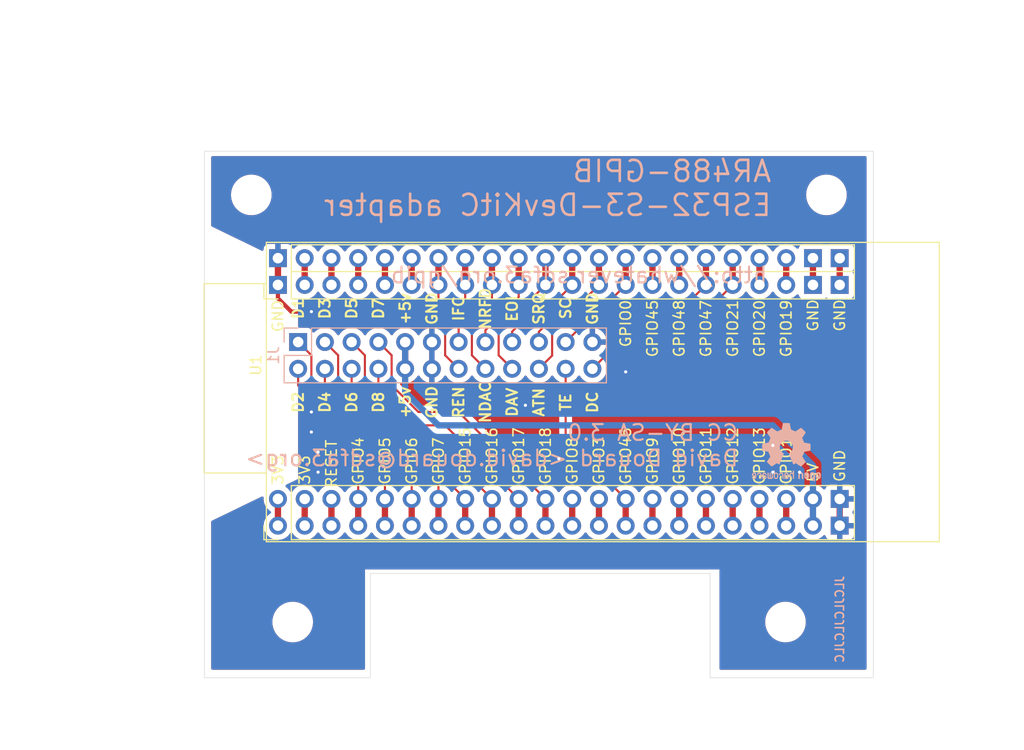
<source format=kicad_pcb>
(kicad_pcb (version 20221018) (generator pcbnew)
  (title_block (title "Untitled 2-layer JLCPCB") (rev "v1.0.0") (comment 1 "Drawn by:") (comment 2 "Check by:"))
  (layers (0 "F.Cu" signal) (31 "B.Cu" signal) (34 "B.Paste" user) (35 "F.Paste" user) (36 "B.SilkS" user "B.Silkscreen") (37 "F.SilkS" user "F.Silkscreen") (38 "B.Mask" user) (39 "F.Mask" user) (44 "Edge.Cuts" user))
  (net 0 "")
  (net 1 "D1")
  (net 2 "D2")
  (net 3 "D3")
  (net 4 "D4")
  (net 5 "D5")
  (net 6 "D6")
  (net 7 "D7")
  (net 8 "D8")
  (net 9 "+5V")
  (net 10 "GND")
  (net 11 "IFC_a")
  (net 12 "REN_a")
  (net 13 "NRFD_a")
  (net 14 "NDAC_a")
  (net 15 "EOI_a")
  (net 16 "DAV_a")
  (net 17 "SRQ_a")
  (net 18 "ATN_a")
  (net 19 "SC")
  (net 20 "TE")
  (net 21 "DC")
  (net 22 "unconnected-(U1-Pad43)")
  (net 23 "unconnected-(U1-Pad42)")
  (net 24 "unconnected-(U1-Pad41)")
  (net 25 "unconnected-(U1-Pad40)")
  (net 26 "unconnected-(U1-Pad39)")
  (net 27 "unconnected-(U1-Pad30)")
  (net 28 "unconnected-(U1-Pad3)")
  (net 29 "unconnected-(U1-Pad29)")
  (net 30 "unconnected-(U1-Pad26)")
  (net 31 "unconnected-(U1-Pad25)")
  (net 32 "unconnected-(U1-Pad24)")
  (net 33 "unconnected-(U1-Pad23)")
  (net 34 "unconnected-(U1-Pad20)")
  (net 35 "unconnected-(U1-Pad2)")
  (net 36 "unconnected-(U1-Pad19)")
  (net 37 "unconnected-(U1-Pad18)")
  (net 38 "unconnected-(U1-Pad17)")
  (net 39 "unconnected-(U1-Pad16)")
  (net 40 "unconnected-(U1-Pad15)")
  (net 41 "unconnected-(U1-Pad13)")
  (net 42 "unconnected-(U1-Pad12)")
  (net 43 "unconnected-(U1-Pad1)")
  (footprint "MountingHole:MountingHole_3.2mm_M3_ISO7380" (layer "F.Cu") (at 119.312269 109.477785)
    (fp_text reference "REF**" hide)
    (fp_text value "MountingHole_3.2mm_M3_ISO7380")
    (pad "" np_thru_hole circle (at 0 0) (size 3.2 3.2) (drill 3.2) (layers "*.Cu" "*.Mask"))
  )
  (footprint "MountingHole:MountingHole_3.2mm_M3_ISO7380" (layer "F.Cu") (at 68.592933 68.92483)
    (fp_text reference "REF**" hide)
    (fp_text value "MountingHole_3.2mm_M3_ISO7380")
    (pad "" np_thru_hole circle (at 0 0) (size 3.2 3.2) (drill 3.2) (layers "*.Cu" "*.Mask"))
  )
  (footprint "Module_custom:ESP32-S3-DevKitC-universal" (layer "F.Cu") (at 71.12 97.79 90)
    (fp_text reference "U1" (at 12.7 -2.1 90) (layer "F.SilkS"))
    (fp_text value "ESP32-S3-DevKit-Generic" hide)
    (fp_text user "GPIO20" (at 18.99 45.72 90 unlocked) (layer "F.SilkS") (effects (justify right)))
    (fp_text user "GPIO48" (at 18.99 38.1 90 unlocked) (layer "F.SilkS") (effects (justify right)))
    (fp_text user "GPIO5" (at 1.27 10.16 90 unlocked) (layer "F.SilkS") (effects (justify left)))
    (fp_text user "GPIO46" (at 1.27 33.02 90 unlocked) (layer "F.SilkS") (effects (justify left)))
    (fp_text user "GPIO16" (at 1.27 20.32 90 unlocked) (layer "F.SilkS") (effects (justify left)))
    (fp_text user "3V3" (at 1.27 2.54 90 unlocked) (layer "F.SilkS") (effects (justify left)))
    (fp_text user "RESET" (at 5.715 5.08 90 unlocked) (layer "F.SilkS") (effects (justify right)))
    (fp_text user "GPIO18" (at 1.27 25.4 90 unlocked) (layer "F.SilkS") (effects (justify left)))
    (fp_text user "GPIO7" (at 1.27 15.24 90 unlocked) (layer "F.SilkS") (effects (justify left)))
    (fp_text user "GPIO4" (at 1.27 7.62 90 unlocked) (layer "F.SilkS") (effects (justify left)))
    (fp_text user "GND" (at 1.52032 53.33728 90 unlocked) (layer "F.SilkS") (effects (justify left)))
    (fp_text user "GPIO10" (at 1.27 38.1 90 unlocked) (layer "F.SilkS") (effects (justify left)))
    (fp_text user "GPIO47" (at 18.99 40.64 90 unlocked) (layer "F.SilkS") (effects (justify right)))
    (fp_text user "GND" (at 19.05 53.34 90 unlocked) (layer "F.SilkS") (effects (justify right)))
    (fp_text user "GPIO21" (at 18.99 43.18 90 unlocked) (layer "F.SilkS") (effects (justify right)))
    (fp_text user "GPIO13" (at 1.27 45.72 90 unlocked) (layer "F.SilkS") (effects (justify left)))
    (fp_text user "GND" (at 18.99 0 90 unlocked) (layer "F.SilkS") (effects (justify right)))
    (fp_text user "GPIO12" (at 1.27 43.18 90 unlocked) (layer "F.SilkS") (effects (justify left)))
    (fp_text user "3V3" (at 1.27 0 90 unlocked) (layer "F.SilkS") (effects (justify left)))
    (fp_text user "GPIO0" (at 18.99 33.02 90 unlocked) (layer "F.SilkS") (effects (justify right)))
    (fp_text user "GPIO6" (at 1.27 12.7 90 unlocked) (layer "F.SilkS") (effects (justify left)))
    (fp_text user "GPIO45" (at 18.99 35.56 90 unlocked) (layer "F.SilkS") (effects (justify right)))
    (fp_text user "GPIO11" (at 1.27 40.64 90 unlocked) (layer "F.SilkS") (effects (justify left)))
    (fp_text user "GND" (at 19.05 50.8 90 unlocked) (layer "F.SilkS") (effects (justify right)))
    (fp_text user "GPIO19" (at 18.99 48.26 90 unlocked) (layer "F.SilkS") (effects (justify right)))
    (fp_text user "GPIO15" (at 1.27 17.78 90 unlocked) (layer "F.SilkS") (effects (justify left)))
    (fp_text user "5V" (at 1.52032 50.79728 90 unlocked) (layer "F.SilkS") (effects (justify left)))
    (fp_text user "GPIO9" (at 1.27 35.56 90 unlocked) (layer "F.SilkS") (effects (justify left)))
    (fp_text user "GPIO8" (at 1.27 27.94 90 unlocked) (layer "F.SilkS") (effects (justify left)))
    (fp_text user "GPIO14" (at 1.27 48.26 90 unlocked) (layer "F.SilkS") (effects (justify left)))
    (fp_text user "GPIO3" (at 1.27 30.48 90 unlocked) (layer "F.SilkS") (effects (justify left)))
    (fp_text user "GPIO17" (at 1.27 22.86 90 unlocked) (layer "F.SilkS") (effects (justify left)))
    (pad "1" thru_hole circle (at -2.54 0 90) (size 1.7 1.7) (drill 1) (layers "*.Cu" "*.Mask") (net 43 "unconnected-(U1-Pad1)"))
    (pad "1" thru_hole circle (at 0 0 90) (size 1.7 1.7) (drill 1) (layers "*.Cu" "*.Mask") (net 43 "unconnected-(U1-Pad1)"))
    (pad "2" thru_hole oval (at -2.54 2.54 90) (size 1.7 1.7) (drill 1) (layers "*.Cu" "*.Mask") (net 35 "unconnected-(U1-Pad2)"))
    (pad "2" thru_hole oval (at 0 2.54 90) (size 1.7 1.7) (drill 1) (layers "*.Cu" "*.Mask") (net 35 "unconnected-(U1-Pad2)"))
    (pad "3" thru_hole oval (at -2.54 5.08 90) (size 1.7 1.7) (drill 1) (layers "*.Cu" "*.Mask") (net 28 "unconnected-(U1-Pad3)"))
    (pad "3" thru_hole oval (at 0 5.08 90) (size 1.7 1.7) (drill 1) (layers "*.Cu" "*.Mask") (net 28 "unconnected-(U1-Pad3)"))
    (pad "4" thru_hole oval (at -2.54 7.62 90) (size 1.7 1.7) (drill 1) (layers "*.Cu" "*.Mask") (net 2 "D2"))
    (pad "4" thru_hole oval (at 0 7.62 90) (size 1.7 1.7) (drill 1) (layers "*.Cu" "*.Mask") (net 2 "D2"))
    (pad "5" thru_hole oval (at -2.54 10.16 90) (size 1.7 1.7) (drill 1) (layers "*.Cu" "*.Mask") (net 1 "D1"))
    (pad "5" thru_hole oval (at 0 10.16 90) (size 1.7 1.7) (drill 1) (layers "*.Cu" "*.Mask") (net 1 "D1"))
    (pad "6" thru_hole oval (at -2.54 12.7 90) (size 1.7 1.7) (drill 1) (layers "*.Cu" "*.Mask") (net 4 "D4"))
    (pad "6" thru_hole oval (at 0 12.7 90) (size 1.7 1.7) (drill 1) (layers "*.Cu" "*.Mask") (net 4 "D4"))
    (pad "7" thru_hole oval (at -2.54 15.24 90) (size 1.7 1.7) (drill 1) (layers "*.Cu" "*.Mask") (net 3 "D3"))
    (pad "7" thru_hole oval (at 0 15.24 90) (size 1.7 1.7) (drill 1) (layers "*.Cu" "*.Mask") (net 3 "D3"))
    (pad "8" thru_hole oval (at -2.54 17.78 90) (size 1.7 1.7) (drill 1) (layers "*.Cu" "*.Mask") (net 6 "D6"))
    (pad "8" thru_hole oval (at 0 17.78 90) (size 1.7 1.7) (drill 1) (layers "*.Cu" "*.Mask") (net 6 "D6"))
    (pad "9" thru_hole oval (at -2.54 20.32 90) (size 1.7 1.7) (drill 1) (layers "*.Cu" "*.Mask") (net 5 "D5"))
    (pad "9" thru_hole oval (at 0 20.32 90) (size 1.7 1.7) (drill 1) (layers "*.Cu" "*.Mask") (net 5 "D5"))
    (pad "10" thru_hole oval (at -2.54 22.86 90) (size 1.7 1.7) (drill 1) (layers "*.Cu" "*.Mask") (net 8 "D8"))
    (pad "10" thru_hole oval (at 0 22.86 90) (size 1.7 1.7) (drill 1) (layers "*.Cu" "*.Mask") (net 8 "D8"))
    (pad "11" thru_hole oval (at -2.54 25.4 90) (size 1.7 1.7) (drill 1) (layers "*.Cu" "*.Mask") (net 7 "D7"))
    (pad "11" thru_hole oval (at 0 25.4 90) (size 1.7 1.7) (drill 1) (layers "*.Cu" "*.Mask") (net 7 "D7"))
    (pad "12" thru_hole oval (at -2.54 27.94 90) (size 1.7 1.7) (drill 1) (layers "*.Cu" "*.Mask") (net 42 "unconnected-(U1-Pad12)"))
    (pad "12" thru_hole oval (at 0 27.94 90) (size 1.7 1.7) (drill 1) (layers "*.Cu" "*.Mask") (net 42 "unconnected-(U1-Pad12)"))
    (pad "13" thru_hole oval (at -2.54 30.48 90) (size 1.7 1.7) (drill 1) (layers "*.Cu" "*.Mask") (net 41 "unconnected-(U1-Pad13)"))
    (pad "13" thru_hole oval (at 0 30.48 90) (size 1.7 1.7) (drill 1) (layers "*.Cu" "*.Mask") (net 41 "unconnected-(U1-Pad13)"))
    (pad "14" thru_hole circle (at -2.54 33.02 90) (size 1.7 1.7) (drill 1) (layers "*.Cu" "*.Mask") (net 20 "TE"))
    (pad "14" thru_hole circle (at 0 33.02 90) (size 1.7 1.7) (drill 1) (layers "*.Cu" "*.Mask") (net 20 "TE"))
    (pad "15" thru_hole oval (at -2.54 35.56 90) (size 1.7 1.7) (drill 1) (layers "*.Cu" "*.Mask") (net 40 "unconnected-(U1-Pad15)"))
    (pad "15" thru_hole oval (at 0 35.56 90) (size 1.7 1.7) (drill 1) (layers "*.Cu" "*.Mask") (net 40 "unconnected-(U1-Pad15)"))
    (pad "16" thru_hole oval (at -2.54 38.1 90) (size 1.7 1.7) (drill 1) (layers "*.Cu" "*.Mask") (net 39 "unconnected-(U1-Pad16)"))
    (pad "16" thru_hole oval (at 0 38.1 90) (size 1.7 1.7) (drill 1) (layers "*.Cu" "*.Mask") (net 39 "unconnected-(U1-Pad16)"))
    (pad "17" thru_hole oval (at -2.54 40.64 90) (size 1.7 1.7) (drill 1) (layers "*.Cu" "*.Mask") (net 38 "unconnected-(U1-Pad17)"))
    (pad "17" thru_hole oval (at 0 40.64 90) (size 1.7 1.7) (drill 1) (layers "*.Cu" "*.Mask") (net 38 "unconnected-(U1-Pad17)"))
    (pad "18" thru_hole oval (at -2.54 43.18 90) (size 1.7 1.7) (drill 1) (layers "*.Cu" "*.Mask") (net 37 "unconnected-(U1-Pad18)"))
    (pad "18" thru_hole oval (at 0 43.18 90) (size 1.7 1.7) (drill 1) (layers "*.Cu" "*.Mask") (net 37 "unconnected-(U1-Pad18)"))
    (pad "19" thru_hole oval (at -2.54 45.72 90) (size 1.7 1.7) (drill 1) (layers "*.Cu" "*.Mask") (net 36 "unconnected-(U1-Pad19)"))
    (pad "19" thru_hole oval (at 0 45.72 90) (size 1.7 1.7) (drill 1) (layers "*.Cu" "*.Mask") (net 36 "unconnected-(U1-Pad19)"))
    (pad "20" thru_hole oval (at -2.54 48.26 90) (size 1.7 1.7) (drill 1) (layers "*.Cu" "*.Mask") (net 34 "unconnected-(U1-Pad20)"))
    (pad "20" thru_hole oval (at 0 48.26 90) (size 1.7 1.7) (drill 1) (layers "*.Cu" "*.Mask") (net 34 "unconnected-(U1-Pad20)"))
    (pad "21" thru_hole oval (at -2.54 50.8 90) (size 1.7 1.7) (drill 1) (layers "*.Cu" "*.Mask") (net 9 "+5V"))
    (pad "21" thru_hole oval (at 0 50.8 90) (size 1.7 1.7) (drill 1) (layers "*.Cu" "*.Mask") (net 9 "+5V"))
    (pad "22" thru_hole rect (at -2.54 53.34 90) (size 1.7 1.7) (drill 1) (layers "*.Cu" "*.Mask") (net 10 "GND"))
    (pad "22" thru_hole rect (at 0 53.34 90) (size 1.7 1.7) (drill 1) (layers "*.Cu" "*.Mask") (net 10 "GND"))
    (pad "23" thru_hole rect (at 20.32 53.34 90) (size 1.7 1.7) (drill 1) (layers "*.Cu" "*.Mask") (net 33 "unconnected-(U1-Pad23)"))
    (pad "23" thru_hole rect (at 22.86 53.34 90) (size 1.7 1.7) (drill 1) (layers "*.Cu" "*.Mask") (net 33 "unconnected-(U1-Pad23)"))
    (pad "24" thru_hole rect (at 20.32 50.8 90) (size 1.7 1.7) (drill 1) (layers "*.Cu" "*.Mask") (net 32 "unconnected-(U1-Pad24)"))
    (pad "24" thru_hole rect (at 22.86 50.8 90) (size 1.7 1.7) (drill 1) (layers "*.Cu" "*.Mask") (net 32 "unconnected-(U1-Pad24)"))
    (pad "25" thru_hole oval (at 20.32 48.26 90) (size 1.7 1.7) (drill 1) (layers "*.Cu" "*.Mask") (net 31 "unconnected-(U1-Pad25)"))
    (pad "25" thru_hole oval (at 22.86 48.26 90) (size 1.7 1.7) (drill 1) (layers "*.Cu" "*.Mask") (net 31 "unconnected-(U1-Pad25)"))
    (pad "26" thru_hole oval (at 20.32 45.72 90) (size 1.7 1.7) (drill 1) (layers "*.Cu" "*.Mask") (net 30 "unconnected-(U1-Pad26)"))
    (pad "26" thru_hole oval (at 22.86 45.72 90) (size 1.7 1.7) (drill 1) (layers "*.Cu" "*.Mask") (net 30 "unconnected-(U1-Pad26)"))
    (pad "27" thru_hole oval (at 20.32 43.18 90) (size 1.7 1.7) (drill 1) (layers "*.Cu" "*.Mask") (net 21 "DC"))
    (pad "27" thru_hole oval (at 22.86 43.18 90) (size 1.7 1.7) (drill 1) (layers "*.Cu" "*.Mask") (net 21 "DC"))
    (pad "28" thru_hole oval (at 20.32 40.64 90) (size 1.7 1.7) (drill 1) (layers "*.Cu" "*.Mask") (net 19 "SC"))
    (pad "28" thru_hole oval (at 22.86 40.64 90) (size 1.7 1.7) (drill 1) (layers "*.Cu" "*.Mask") (net 19 "SC"))
    (pad "29" thru_hole oval (at 20.32 38.1 90) (size 1.7 1.7) (drill 1) (layers "*.Cu" "*.Mask") (net 29 "unconnected-(U1-Pad29)"))
    (pad "29" thru_hole oval (at 22.86 38.1 90) (size 1.7 1.7) (drill 1) (layers "*.Cu" "*.Mask") (net 29 "unconnected-(U1-Pad29)"))
    (pad "30" thru_hole oval (at 20.32 35.56 90) (size 1.7 1.7) (drill 1) (layers "*.Cu" "*.Mask") (net 27 "unconnected-(U1-Pad30)"))
    (pad "30" thru_hole oval (at 22.86 35.56 90) (size 1.7 1.7) (drill 1) (layers "*.Cu" "*.Mask") (net 27 "unconnected-(U1-Pad30)"))
    (pad "31" thru_hole oval (at 20.32 33.02 90) (size 1.7 1.7) (drill 1) (layers "*.Cu" "*.Mask") (net 18 "ATN_a"))
    (pad "31" thru_hole oval (at 22.86 33.02 90) (size 1.7 1.7) (drill 1) (layers "*.Cu" "*.Mask") (net 18 "ATN_a"))
    (pad "32" thru_hole oval (at 20.32 30.48 90) (size 1.7 1.7) (drill 1) (layers "*.Cu" "*.Mask") (net 17 "SRQ_a"))
    (pad "32" thru_hole oval (at 22.86 30.48 90) (size 1.7 1.7) (drill 1) (layers "*.Cu" "*.Mask") (net 17 "SRQ_a"))
    (pad "33" thru_hole oval (at 20.32 27.94 90) (size 1.7 1.7) (drill 1) (layers "*.Cu" "*.Mask") (net 15 "EOI_a"))
    (pad "33" thru_hole oval (at 22.86 27.94 90) (size 1.7 1.7) (drill 1) (layers "*.Cu" "*.Mask") (net 15 "EOI_a"))
    (pad "34" thru_hole oval (at 20.32 25.4 90) (size 1.7 1.7) (drill 1) (layers "*.Cu" "*.Mask") (net 16 "DAV_a"))
    (pad "34" thru_hole oval (at 22.86 25.4 90) (size 1.7 1.7) (drill 1) (layers "*.Cu" "*.Mask") (net 16 "DAV_a"))
    (pad "35" thru_hole oval (at 20.32 22.86 90) (size 1.7 1.7) (drill 1) (layers "*.Cu" "*.Mask") (net 13 "NRFD_a"))
    (pad "35" thru_hole oval (at 22.86 22.86 90) (size 1.7 1.7) (drill 1) (layers "*.Cu" "*.Mask") (net 13 "NRFD_a"))
    (pad "36" thru_hole oval (at 20.32 20.32 90) (size 1.7 1.7) (drill 1) (layers "*.Cu" "*.Mask") (net 14 "NDAC_a"))
    (pad "36" thru_hole oval (at 22.86 20.32 90) (size 1.7 1.7) (drill 1) (layers "*.Cu" "*.Mask") (net 14 "NDAC_a"))
    (pad "37" thru_hole oval (at 20.32 17.78 90) (size 1.7 1.7) (drill 1) (layers "*.Cu" "*.Mask") (net 11 "IFC_a"))
    (pad "37" thru_hole oval (at 22.86 17.78 90) (size 1.7 1.7) (drill 1) (layers "*.Cu" "*.Mask") (net 11 "IFC_a"))
    (pad "38" thru_hole oval (at 20.32 15.24 90) (size 1.7 1.7) (drill 1) (layers "*.Cu" "*.Mask") (net 12 "REN_a"))
    (pad "38" thru_hole oval (at 22.86 15.24 90) (size 1.7 1.7) (drill 1) (layers "*.Cu" "*.Mask") (net 12 "REN_a"))
    (pad "39" thru_hole oval (at 20.32 12.7 90) (size 1.7 1.7) (drill 1) (layers "*.Cu" "*.Mask") (net 26 "unconnected-(U1-Pad39)"))
    (pad "39" thru_hole oval (at 22.86 12.7 90) (size 1.7 1.7) (drill 1) (layers "*.Cu" "*.Mask") (net 26 "unconnected-(U1-Pad39)"))
    (pad "40" thru_hole oval (at 20.32 10.16 90) (size 1.7 1.7) (drill 1) (layers "*.Cu" "*.Mask") (net 25 "unconnected-(U1-Pad40)"))
    (pad "40" thru_hole oval (at 22.86 10.16 90) (size 1.7 1.7) (drill 1) (layers "*.Cu" "*.Mask") (net 25 "unconnected-(U1-Pad40)"))
    (pad "41" thru_hole oval (at 20.32 7.62 90) (size 1.7 1.7) (drill 1) (layers "*.Cu" "*.Mask") (net 24 "unconnected-(U1-Pad41)"))
    (pad "41" thru_hole oval (at 22.86 7.62 90) (size 1.7 1.7) (drill 1) (layers "*.Cu" "*.Mask") (net 24 "unconnected-(U1-Pad41)"))
    (pad "42" thru_hole oval (at 20.32 5.08 90) (size 1.7 1.7) (drill 1) (layers "*.Cu" "*.Mask") (net 23 "unconnected-(U1-Pad42)"))
    (pad "42" thru_hole oval (at 22.86 5.08 90) (size 1.7 1.7) (drill 1) (layers "*.Cu" "*.Mask") (net 23 "unconnected-(U1-Pad42)"))
    (pad "43" thru_hole oval (at 20.32 2.54 90) (size 1.7 1.7) (drill 1) (layers "*.Cu" "*.Mask") (net 22 "unconnected-(U1-Pad43)"))
    (pad "43" thru_hole oval (at 22.86 2.54 90) (size 1.7 1.7) (drill 1) (layers "*.Cu" "*.Mask") (net 22 "unconnected-(U1-Pad43)"))
    (pad "44" thru_hole rect (at 20.32 0 90) (size 1.7 1.7) (drill 1) (layers "*.Cu" "*.Mask") (net 10 "GND"))
    (pad "44" thru_hole rect (at 22.86 0 90) (size 1.7 1.7) (drill 1) (layers "*.Cu" "*.Mask") (net 10 "GND"))
  )
  (footprint "MountingHole:MountingHole_3.2mm_M3_ISO7380" (layer "F.Cu") (at 123.202933 68.92483)
    (fp_text reference "REF**" hide)
    (fp_text value "MountingHole_3.2mm_M3_ISO7380")
    (pad "" np_thru_hole circle (at 0 0) (size 3.2 3.2) (drill 3.2) (layers "*.Cu" "*.Mask"))
  )
  (footprint "MountingHole:MountingHole_3.2mm_M3_ISO7380" (layer "F.Cu") (at 72.5207 109.479944)
    (fp_text reference "REF**" hide)
    (fp_text value "MountingHole_3.2mm_M3_ISO7380")
    (pad "" np_thru_hole circle (at 0 0) (size 3.2 3.2) (drill 3.2) (layers "*.Cu" "*.Mask"))
  )
  (footprint "JLCPCB_tools:Order_Label" (layer "B.Cu") (at 124.46 109.22 90)
    (fp_text reference "REF**")
    (fp_text value "Order_Label")
    (fp_text user "JLCJLCJLCJLC" (at 0 0 90) (layer "B.SilkS") (effects (font (size 0.8 0.8)) (justify mirror)))
  )
  (footprint "Symbol:OSHW-Logo2_7.3x6mm_SilkScreen" (layer "B.Cu") (at 119.392933 93.345 180)
    (fp_text reference "REF**" hide)
    (fp_text value "OSHW-Logo2_7.3x6mm_SilkScreen" hide)
  )
  (footprint "Connector_PinHeader_2.54mm:PinHeader_2x12_P2.54mm_Vertical" (layer "B.Cu") (at 73.037933 82.89483 -90)
    (fp_text reference "J1" (at 1.27 2.33 90) (layer "B.SilkS") (effects (justify mirror)))
    (fp_text value "Conn_02x12_Odd_Even")
    (pad "1" thru_hole rect (at 0 0 270) (size 1.7 1.7) (drill 1) (layers "*.Cu" "*.Mask") (net 1 "D1"))
    (pad "2" thru_hole oval (at 2.54 0 270) (size 1.7 1.7) (drill 1) (layers "*.Cu" "*.Mask") (net 2 "D2"))
    (pad "3" thru_hole oval (at 0 -2.54 270) (size 1.7 1.7) (drill 1) (layers "*.Cu" "*.Mask") (net 3 "D3"))
    (pad "4" thru_hole oval (at 2.54 -2.54 270) (size 1.7 1.7) (drill 1) (layers "*.Cu" "*.Mask") (net 4 "D4"))
    (pad "5" thru_hole oval (at 0 -5.08 270) (size 1.7 1.7) (drill 1) (layers "*.Cu" "*.Mask") (net 5 "D5"))
    (pad "6" thru_hole oval (at 2.54 -5.08 270) (size 1.7 1.7) (drill 1) (layers "*.Cu" "*.Mask") (net 6 "D6"))
    (pad "7" thru_hole oval (at 0 -7.62 270) (size 1.7 1.7) (drill 1) (layers "*.Cu" "*.Mask") (net 7 "D7"))
    (pad "8" thru_hole oval (at 2.54 -7.62 270) (size 1.7 1.7) (drill 1) (layers "*.Cu" "*.Mask") (net 8 "D8"))
    (pad "9" thru_hole oval (at 0 -10.16 270) (size 1.7 1.7) (drill 1) (layers "*.Cu" "*.Mask") (net 9 "+5V"))
    (pad "10" thru_hole oval (at 2.54 -10.16 270) (size 1.7 1.7) (drill 1) (layers "*.Cu" "*.Mask") (net 9 "+5V"))
    (pad "11" thru_hole oval (at 0 -12.7 270) (size 1.7 1.7) (drill 1) (layers "*.Cu" "*.Mask") (net 10 "GND"))
    (pad "12" thru_hole oval (at 2.54 -12.7 270) (size 1.7 1.7) (drill 1) (layers "*.Cu" "*.Mask") (net 10 "GND"))
    (pad "13" thru_hole oval (at 0 -15.24 270) (size 1.7 1.7) (drill 1) (layers "*.Cu" "*.Mask") (net 11 "IFC_a"))
    (pad "14" thru_hole oval (at 2.54 -15.24 270) (size 1.7 1.7) (drill 1) (layers "*.Cu" "*.Mask") (net 12 "REN_a"))
    (pad "15" thru_hole oval (at 0 -17.78 270) (size 1.7 1.7) (drill 1) (layers "*.Cu" "*.Mask") (net 13 "NRFD_a"))
    (pad "16" thru_hole oval (at 2.54 -17.78 270) (size 1.7 1.7) (drill 1) (layers "*.Cu" "*.Mask") (net 14 "NDAC_a"))
    (pad "17" thru_hole oval (at 0 -20.32 270) (size 1.7 1.7) (drill 1) (layers "*.Cu" "*.Mask") (net 15 "EOI_a"))
    (pad "18" thru_hole oval (at 2.54 -20.32 270) (size 1.7 1.7) (drill 1) (layers "*.Cu" "*.Mask") (net 16 "DAV_a"))
    (pad "19" thru_hole oval (at 0 -22.86 270) (size 1.7 1.7) (drill 1) (layers "*.Cu" "*.Mask") (net 17 "SRQ_a"))
    (pad "20" thru_hole oval (at 2.54 -22.86 270) (size 1.7 1.7) (drill 1) (layers "*.Cu" "*.Mask") (net 18 "ATN_a"))
    (pad "21" thru_hole oval (at 0 -25.4 270) (size 1.7 1.7) (drill 1) (layers "*.Cu" "*.Mask") (net 19 "SC"))
    (pad "22" thru_hole oval (at 2.54 -25.4 270) (size 1.7 1.7) (drill 1) (layers "*.Cu" "*.Mask") (net 20 "TE"))
    (pad "23" thru_hole oval (at 0 -27.94 270) (size 1.7 1.7) (drill 1) (layers "*.Cu" "*.Mask") (net 10 "GND"))
    (pad "24" thru_hole oval (at 2.54 -27.94 270) (size 1.7 1.7) (drill 1) (layers "*.Cu" "*.Mask") (net 21 "DC"))
  )
  (gr_line (start 64.147933 114.77183) (end 64.147933 64.77183) (stroke (width 0.05)) (layer "Edge.Cuts"))
  (gr_line (start 127.647933 64.77183) (end 127.647933 114.77183) (stroke (width 0.05)) (layer "Edge.Cuts"))
  (gr_line (start 112.153933 104.86583) (end 112.153933 114.77183) (stroke (width 0.05)) (layer "Edge.Cuts"))
  (gr_line (start 79.895933 104.86583) (end 112.153933 104.86583) (stroke (width 0.05)) (layer "Edge.Cuts"))
  (gr_line (start 127.647933 114.77183) (end 112.153933 114.77183) (stroke (width 0.05)) (layer "Edge.Cuts"))
  (gr_line (start 79.895933 114.77183) (end 79.895933 104.86583) (stroke (width 0.05)) (layer "Edge.Cuts"))
  (gr_line (start 79.895933 114.77183) (end 64.147933 114.77183) (stroke (width 0.05)) (layer "Edge.Cuts"))
  (gr_line (start 64.147933 64.77183) (end 127.647933 64.77183) (stroke (width 0.05)) (layer "Edge.Cuts"))
  (gr_text "AR488-GPIB\nESP32-S3-DevKitC adapter" (at 118.122933 68.28983) (layer "B.SilkS") (effects (font (size 2 2) (thickness 0.25)) (justify left mirror)))
  (gr_text "http://whatever.sdfa3.org/gpib" (at 99.707933 76.54483) (layer "B.SilkS") (effects (font (size 1.5 1.5) (thickness 0.2)) (justify mirror)))
  (gr_text "CC BY-SA 3.0\nDavid Douard <david.douard@sdfa3.org>" (at 114.947933 92.71) (layer "B.SilkS") (effects (font (size 1.5 1.5) (thickness 0.2)) (justify left mirror)))
  (gr_text "GND" (at 100.977933 79.71983 90) (layer "F.SilkS") (effects (font (size 1 1) (thickness 0.2))))
  (gr_text "D6" (at 78.117933 88.60983 90) (layer "F.SilkS") (effects (font (size 1 1) (thickness 0.2))))
  (gr_text "SRQ" (at 95.897933 79.71983 90) (layer "F.SilkS") (effects (font (size 1 1) (thickness 0.2))))
  (gr_text "D8" (at 80.657933 88.60983 90) (layer "F.SilkS") (effects (font (size 1 1) (thickness 0.2))))
  (gr_text "D4" (at 75.577933 88.60983 90) (layer "F.SilkS") (effects (font (size 1 1) (thickness 0.2))))
  (gr_text "D2" (at 73.037933 88.60983 90) (layer "F.SilkS") (effects (font (size 1 1) (thickness 0.2))))
  (gr_text "D1" (at 73.037933 79.71983 90) (layer "F.SilkS") (effects (font (size 1 1) (thickness 0.2))))
  (gr_text "TE" (at 98.437933 88.60983 90) (layer "F.SilkS") (effects (font (size 1 1) (thickness 0.2))))
  (gr_text "GND" (at 85.737933 88.60983 90) (layer "F.SilkS") (effects (font (size 1 1) (thickness 0.2))))
  (gr_text "ATN" (at 95.897933 88.60983 90) (layer "F.SilkS") (effects (font (size 1 1) (thickness 0.2))))
  (gr_text "D5" (at 78.117933 79.71983 90) (layer "F.SilkS") (effects (font (size 1 1) (thickness 0.2))))
  (gr_text "NDAC" (at 90.817933 88.60983 90) (layer "F.SilkS") (effects (font (size 1 1) (thickness 0.2))))
  (gr_text "D7" (at 80.657933 79.71983 90) (layer "F.SilkS") (effects (font (size 1 1) (thickness 0.2))))
  (gr_text "EOI" (at 93.357933 79.71983 90) (layer "F.SilkS") (effects (font (size 1 1) (thickness 0.2))))
  (gr_text "GND" (at 85.737933 79.71983 90) (layer "F.SilkS") (effects (font (size 1 1) (thickness 0.2))))
  (gr_text "+5v" (at 83.197933 79.71983 90) (layer "F.SilkS") (effects (font (size 1 1) (thickness 0.2))))
  (gr_text "REN" (at 88.277933 88.60983 90) (layer "F.SilkS") (effects (font (size 1 1) (thickness 0.2))))
  (gr_text "SC" (at 98.437933 79.71983 90) (layer "F.SilkS") (effects (font (size 1 1) (thickness 0.2))))
  (gr_text "+5v" (at 83.197933 88.60983 90) (layer "F.SilkS") (effects (font (size 1 1) (thickness 0.2))))
  (gr_text "NRFD" (at 90.817933 79.71983 90) (layer "F.SilkS") (effects (font (size 1 1) (thickness 0.2))))
  (gr_text "DAV" (at 93.357933 88.60983 90) (layer "F.SilkS") (effects (font (size 1 1) (thickness 0.2))))
  (gr_text "DC" (at 100.977933 88.60983 90) (layer "F.SilkS") (effects (font (size 1 1) (thickness 0.2))))
  (gr_text "D3" (at 75.577933 79.71983 90) (layer "F.SilkS") (effects (font (size 1 1) (thickness 0.2))))
  (gr_text "IFC" (at 88.277933 79.71983 90) (layer "F.SilkS") (effects (font (size 1 1) (thickness 0.2))))
  (segment (start 81.28 97.79) (end 81.28 100.33) (width 0.6) (layer "F.Cu") (net 1))
  (segment (start 81.28 93.98) (end 81.28 97.79) (width 0.2) (layer "F.Cu") (net 1))
  (segment (start 74.295 84.151897) (end 74.295 86.995) (width 0.2) (layer "F.Cu") (net 1))
  (segment (start 74.295 86.995) (end 81.28 93.98) (width 0.2) (layer "F.Cu") (net 1))
  (segment (start 73.037933 82.89483) (end 74.295 84.151897) (width 0.2) (layer "F.Cu") (net 1))
  (segment (start 73.037933 87.007933) (end 78.74 92.71) (width 0.2) (layer "F.Cu") (net 2))
  (segment (start 78.74 92.71) (end 78.74 97.79) (width 0.2) (layer "F.Cu") (net 2))
  (segment (start 73.037933 85.43483) (end 73.037933 87.007933) (width 0.2) (layer "F.Cu") (net 2))
  (segment (start 78.74 97.79) (end 78.74 100.33) (width 0.6) (layer "F.Cu") (net 2))
  (segment (start 76.835 84.151897) (end 76.835 86.995) (width 0.2) (layer "F.Cu") (net 3))
  (segment (start 86.36 96.52) (end 86.36 97.79) (width 0.2) (layer "F.Cu") (net 3))
  (segment (start 86.36 97.79) (end 86.36 100.33) (width 0.6) (layer "F.Cu") (net 3))
  (segment (start 76.835 86.995) (end 86.36 96.52) (width 0.2) (layer "F.Cu") (net 3))
  (segment (start 75.577933 82.89483) (end 76.835 84.151897) (width 0.2) (layer "F.Cu") (net 3))
  (segment (start 83.82 95.25) (end 83.82 97.79) (width 0.2) (layer "F.Cu") (net 4))
  (segment (start 83.82 97.79) (end 83.82 100.33) (width 0.6) (layer "F.Cu") (net 4))
  (segment (start 75.577933 87.007933) (end 83.82 95.25) (width 0.2) (layer "F.Cu") (net 4))
  (segment (start 75.577933 85.43483) (end 75.577933 87.007933) (width 0.2) (layer "F.Cu") (net 4))
  (segment (start 91.44 97.79) (end 91.44 100.33) (width 0.6) (layer "F.Cu") (net 5))
  (segment (start 78.117933 82.89483) (end 79.375 84.151897) (width 0.2) (layer "F.Cu") (net 5))
  (segment (start 79.375 84.151897) (end 79.375 86.995) (width 0.2) (layer "F.Cu") (net 5))
  (segment (start 79.375 86.995) (end 84.455 92.075) (width 0.2) (layer "F.Cu") (net 5))
  (segment (start 85.725 92.075) (end 91.44 97.79) (width 0.2) (layer "F.Cu") (net 5))
  (segment (start 84.455 92.075) (end 85.725 92.075) (width 0.2) (layer "F.Cu") (net 5))
  (segment (start 88.9 97.79) (end 88.9 100.33) (width 0.6) (layer "F.Cu") (net 6))
  (segment (start 78.117933 87.007933) (end 78.117933 85.43483) (width 0.2) (layer "F.Cu") (net 6))
  (segment (start 88.9 97.79) (end 78.117933 87.007933) (width 0.2) (layer "F.Cu") (net 6))
  (segment (start 96.52 97.79) (end 96.52 100.33) (width 0.6) (layer "F.Cu") (net 7))
  (segment (start 96.52 97.79) (end 88.265 89.535) (width 0.2) (layer "F.Cu") (net 7))
  (segment (start 80.657933 82.89483) (end 81.915 84.151897) (width 0.2) (layer "F.Cu") (net 7))
  (segment (start 84.455 89.535) (end 88.265 89.535) (width 0.2) (layer "F.Cu") (net 7))
  (segment (start 81.915 86.995) (end 84.455 89.535) (width 0.2) (layer "F.Cu") (net 7))
  (segment (start 81.915 84.151897) (end 81.915 86.995) (width 0.2) (layer "F.Cu") (net 7))
  (segment (start 80.657933 85.43483) (end 80.657933 87.007933) (width 0.2) (layer "F.Cu") (net 8))
  (segment (start 93.98 97.79) (end 86.995 90.805) (width 0.2) (layer "F.Cu") (net 8))
  (segment (start 80.657933 87.007933) (end 84.455 90.805) (width 0.2) (layer "F.Cu") (net 8))
  (segment (start 84.455 90.805) (end 86.995 90.805) (width 0.2) (layer "F.Cu") (net 8))
  (segment (start 93.98 97.79) (end 93.98 100.33) (width 0.6) (layer "F.Cu") (net 8))
  (segment (start 83.197933 85.43483) (end 83.197933 82.89483) (width 0.6) (layer "F.Cu") (net 9))
  (segment (start 121.92 100.33) (end 121.92 97.79) (width 0.6) (layer "B.Cu") (net 9))
  (segment (start 118.11 90.805) (end 121.92 94.615) (width 0.6) (layer "B.Cu") (net 9))
  (segment (start 83.197933 87.642933) (end 86.36 90.805) (width 0.6) (layer "B.Cu") (net 9))
  (segment (start 83.197933 85.43483) (end 83.197933 87.642933) (width 0.6) (layer "B.Cu") (net 9))
  (segment (start 86.36 90.805) (end 118.11 90.805) (width 0.6) (layer "B.Cu") (net 9))
  (segment (start 83.197933 82.89483) (end 83.197933 85.43483) (width 0.6) (layer "B.Cu") (net 9))
  (segment (start 121.92 94.615) (end 121.92 97.79) (width 0.6) (layer "B.Cu") (net 9))
  (segment (start 71.12 78.74) (end 72.39 80.01) (width 0.4) (layer "F.Cu") (net 10))
  (segment (start 124.46 97.79) (end 124.46 100.33) (width 0.6) (layer "F.Cu") (net 10))
  (segment (start 71.12 77.47) (end 71.12 78.74) (width 0.4) (layer "F.Cu") (net 10))
  (segment (start 72.39 80.01) (end 74.295 80.01) (width 0.4) (layer "F.Cu") (net 10))
  (segment (start 71.12 74.93) (end 71.12 77.47) (width 0.6) (layer "F.Cu") (net 10))
  (via (at 94.615 88.9) (size 0.6) (drill 0.3) (layers "F.Cu" "B.Cu") (net 10))
  (via (at 118.11 95.25) (size 0.6) (drill 0.3) (layers "F.Cu" "B.Cu") (net 10))
  (via (at 74.93 95.25) (size 0.6) (drill 0.3) (layers "F.Cu" "B.Cu") (net 10))
  (via (at 74.93 93.345) (size 0.6) (drill 0.3) (layers "F.Cu" "B.Cu") (net 10))
  (via (at 74.295 89.535) (size 0.6) (drill 0.3) (layers "F.Cu" "B.Cu") (net 10))
  (via (at 120.65 95.25) (size 0.6) (drill 0.3) (layers "F.Cu" "B.Cu") (net 10))
  (via (at 104.14 85.725) (size 0.6) (drill 0.3) (layers "F.Cu" "B.Cu") (net 10))
  (via (at 118.11 92.71) (size 0.6) (drill 0.3) (layers "F.Cu" "B.Cu") (net 10))
  (via (at 97.79 93.98) (size 0.6) (drill 0.3) (layers "F.Cu" "B.Cu") (net 10))
  (via (at 74.295 91.44) (size 0.6) (drill 0.3) (layers "F.Cu" "B.Cu") (net 10))
  (via (at 74.295 80.01) (size 0.6) (drill 0.3) (layers "F.Cu" "B.Cu") (net 10))
  (segment (start 88.277933 80.632067) (end 88.277933 82.89483) (width 0.2) (layer "F.Cu") (net 11))
  (segment (start 88.9 80.01) (end 88.277933 80.632067) (width 0.2) (layer "F.Cu") (net 11))
  (segment (start 88.9 74.93) (end 88.9 77.47) (width 0.6) (layer "F.Cu") (net 11))
  (segment (start 88.9 77.47) (end 88.9 80.01) (width 0.2) (layer "F.Cu") (net 11))
  (segment (start 88.277933 85.43483) (end 86.995 84.151897) (width 0.2) (layer "F.Cu") (net 12))
  (segment (start 86.36 74.93) (end 86.36 77.47) (width 0.6) (layer "F.Cu") (net 12))
  (segment (start 86.36 80.645) (end 86.36 77.47) (width 0.2) (layer "F.Cu") (net 12))
  (segment (start 86.995 81.28) (end 86.36 80.645) (width 0.2) (layer "F.Cu") (net 12))
  (segment (start 86.995 84.151897) (end 86.995 81.28) (width 0.2) (layer "F.Cu") (net 12))
  (segment (start 90.817933 82.89483) (end 90.817933 81.775067) (width 0.2) (layer "F.Cu") (net 13))
  (segment (start 93.98 74.93) (end 93.98 77.47) (width 0.6) (layer "F.Cu") (net 13))
  (segment (start 90.817933 81.775067) (end 93.98 78.613) (width 0.2) (layer "F.Cu") (net 13))
  (segment (start 93.98 78.613) (end 93.98 77.47) (width 0.2) (layer "F.Cu") (net 13))
  (segment (start 89.535 84.151897) (end 89.535 81.28) (width 0.2) (layer "F.Cu") (net 14))
  (segment (start 89.535 81.28) (end 91.44 79.375) (width 0.2) (layer "F.Cu") (net 14))
  (segment (start 90.817933 85.43483) (end 89.535 84.151897) (width 0.2) (layer "F.Cu") (net 14))
  (segment (start 91.44 74.93) (end 91.44 77.47) (width 0.6) (layer "F.Cu") (net 14))
  (segment (start 91.44 79.375) (end 91.44 77.47) (width 0.2) (layer "F.Cu") (net 14))
  (segment (start 95.885 79.375) (end 97.155 79.375) (width 0.2) (layer "F.Cu") (net 15))
  (segment (start 99.06 74.93) (end 99.06 77.47) (width 0.6) (layer "F.Cu") (net 15))
  (segment (start 93.357933 81.902067) (end 95.885 79.375) (width 0.2) (layer "F.Cu") (net 15))
  (segment (start 93.357933 82.89483) (end 93.357933 81.902067) (width 0.2) (layer "F.Cu") (net 15))
  (segment (start 97.155 79.375) (end 99.06 77.47) (width 0.2) (layer "F.Cu") (net 15))
  (segment (start 96.52 74.93) (end 96.52 77.47) (width 0.6) (layer "F.Cu") (net 16))
  (segment (start 92.075 84.151897) (end 92.075 81.915) (width 0.2) (layer "F.Cu") (net 16))
  (segment (start 93.357933 85.43483) (end 92.075 84.151897) (width 0.2) (layer "F.Cu") (net 16))
  (segment (start 92.075 81.915) (end 96.52 77.47) (width 0.2) (layer "F.Cu") (net 16))
  (segment (start 98.425 79.375) (end 99.695 79.375) (width 0.2) (layer "F.Cu") (net 17))
  (segment (start 99.695 79.375) (end 101.6 77.47) (width 0.2) (layer "F.Cu") (net 17))
  (segment (start 95.897933 82.89483) (end 95.897933 81.915) (width 0.2) (layer "F.Cu") (net 17))
  (segment (start 95.897933 81.915) (end 98.425 79.375) (width 0.2) (layer "F.Cu") (net 17))
  (segment (start 101.6 74.93) (end 101.6 77.47) (width 0.6) (layer "F.Cu") (net 17))
  (segment (start 95.897933 85.43483) (end 97.155 84.177763) (width 0.2) (layer "F.Cu") (net 18))
  (segment (start 97.155 84.177763) (end 97.155 81.915) (width 0.2) (layer "F.Cu") (net 18))
  (segment (start 99.06 80.01) (end 101.6 80.01) (width 0.2) (layer "F.Cu") (net 18))
  (segment (start 104.14 74.93) (end 104.14 77.47) (width 0.6) (layer "F.Cu") (net 18))
  (segment (start 97.155 81.915) (end 99.06 80.01) (width 0.2) (layer "F.Cu") (net 18))
  (segment (start 101.6 80.01) (end 104.14 77.47) (width 0.2) (layer "F.Cu") (net 18))
  (segment (start 109.855 79.375) (end 111.76 77.47) (width 0.2) (layer "F.Cu") (net 19))
  (segment (start 98.437933 82.89483) (end 100.687763 80.645) (width 0.2) (layer "F.Cu") (net 19))
  (segment (start 104.14 79.375) (end 109.855 79.375) (width 0.2) (layer "F.Cu") (net 19))
  (segment (start 102.87 80.645) (end 104.14 79.375) (width 0.2) (layer "F.Cu") (net 19))
  (segment (start 111.76 74.93) (end 111.76 77.47) (width 0.6) (layer "F.Cu") (net 19))
  (segment (start 100.687763 80.645) (end 102.87 80.645) (width 0.2) (layer "F.Cu") (net 19))
  (segment (start 104.14 97.79) (end 98.437933 92.087933) (width 0.2) (layer "F.Cu") (net 20))
  (segment (start 104.14 97.79) (end 104.14 100.33) (width 0.6) (layer "F.Cu") (net 20))
  (segment (start 98.437933 92.087933) (end 98.437933 85.43483) (width 0.2) (layer "F.Cu") (net 20))
  (segment (start 111.125 80.645) (end 114.3 77.47) (width 0.2) (layer "F.Cu") (net 21))
  (segment (start 105.767763 80.645) (end 111.125 80.645) (width 0.2) (layer "F.Cu") (net 21))
  (segment (start 100.977933 85.43483) (end 105.767763 80.645) (width 0.2) (layer "F.Cu") (net 21))
  (segment (start 114.3 74.93) (end 114.3 77.47) (width 0.6) (layer "F.Cu") (net 21))
  (segment (start 73.66 74.93) (end 73.66 77.47) (width 0.6) (layer "F.Cu") (net 22))
  (segment (start 76.2 74.93) (end 76.2 77.47) (width 0.6) (layer "F.Cu") (net 23))
  (segment (start 78.74 74.93) (end 78.74 77.47) (width 0.6) (layer "F.Cu") (net 24))
  (segment (start 81.28 74.93) (end 81.28 77.47) (width 0.6) (layer "F.Cu") (net 25))
  (segment (start 83.82 74.93) (end 83.82 77.47) (width 0.6) (layer "F.Cu") (net 26))
  (segment (start 106.68 74.93) (end 106.68 77.47) (width 0.6) (layer "F.Cu") (net 27))
  (segment (start 76.2 97.79) (end 76.2 100.33) (width 0.6) (layer "F.Cu") (net 28))
  (segment (start 109.22 74.93) (end 109.22 77.47) (width 0.6) (layer "F.Cu") (net 29))
  (segment (start 116.84 74.93) (end 116.84 77.47) (width 0.6) (layer "F.Cu") (net 30))
  (segment (start 119.38 74.93) (end 119.38 77.47) (width 0.6) (layer "F.Cu") (net 31))
  (segment (start 121.92 74.93) (end 121.92 77.47) (width 0.6) (layer "F.Cu") (net 32))
  (segment (start 124.46 74.93) (end 124.46 77.47) (width 0.6) (layer "F.Cu") (net 33))
  (segment (start 119.38 97.79) (end 119.38 100.33) (width 0.6) (layer "F.Cu") (net 34))
  (segment (start 73.66 97.79) (end 73.66 100.33) (width 0.6) (layer "F.Cu") (net 35))
  (segment (start 116.84 97.79) (end 116.84 100.33) (width 0.6) (layer "F.Cu") (net 36))
  (segment (start 114.3 97.79) (end 114.3 100.33) (width 0.6) (layer "F.Cu") (net 37))
  (segment (start 111.76 97.79) (end 111.76 100.33) (width 0.6) (layer "F.Cu") (net 38))
  (segment (start 109.22 97.79) (end 109.22 100.33) (width 0.6) (layer "F.Cu") (net 39))
  (segment (start 106.68 97.79) (end 106.68 100.33) (width 0.6) (layer "F.Cu") (net 40))
  (segment (start 101.6 97.79) (end 101.6 100.33) (width 0.6) (layer "F.Cu") (net 41))
  (segment (start 99.06 97.79) (end 99.06 100.33) (width 0.6) (layer "F.Cu") (net 42))
  (segment (start 71.12 97.79) (end 71.12 100.33) (width 0.6) (layer "F.Cu") (net 43))
  (zone (net 10) (net_name "GND") (layers "F&B.Cu") (connect_pads (clearance 0.508)) (min_thickness 0.254) (fill yes (thermal_gap 0.508) (thermal_bridge_width 0.508))
    (polygon (pts (xy 127.012933 114.00983) (xy 113.042933 114.00983) (xy 113.042933 104.48483) (xy 79.387933 104.48483) (xy 79.387933 114.00983) (xy 64.782933 114.00983) (xy 64.782933 99.89483) (xy 73.037933 95.89483) (xy 73.037933 75.89483) (xy 64.782933 71.89483) (xy 64.782933 65.24183) (xy 127.012933 65.24183)))
  )
)
</source>
